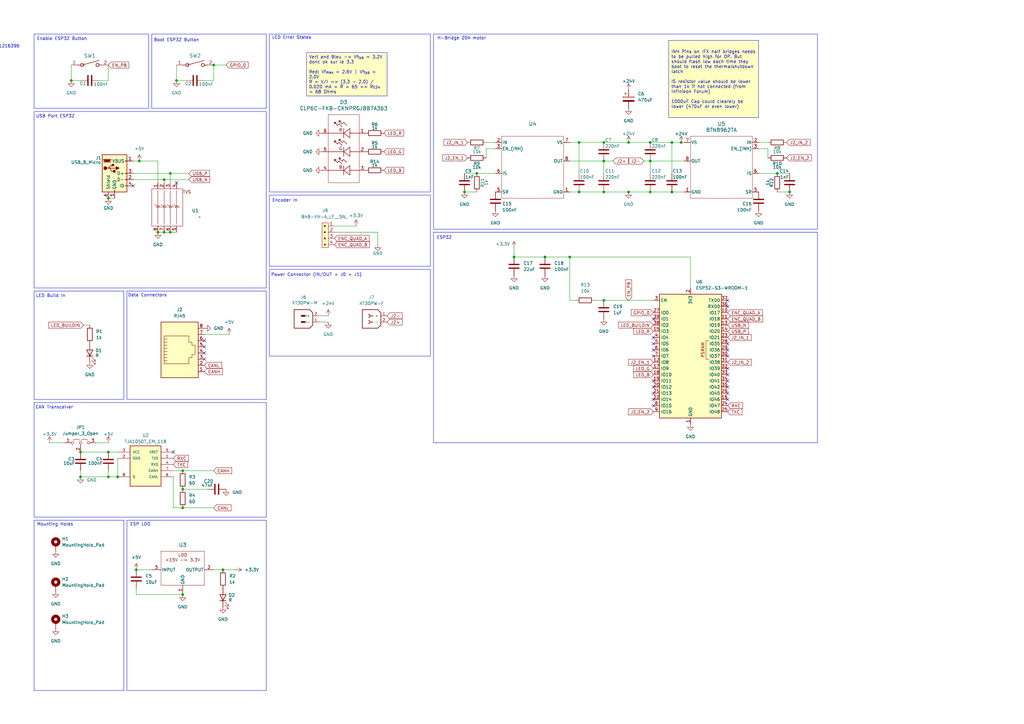
<source format=kicad_sch>
(kicad_sch (version 20231120) (generator "eeschema") (generator_version "8.0")
  (paper "A3")
  (title_block (title "Drive 27A") (rev "2") (company "Philippe Michaud"))
  (junction (at 257.81 78.74))
  (junction (at 323.85 78.74))
  (junction (at 247.65 123.19))
  (junction (at 223.52 105.41))
  (junction (at 237.49 78.74))
  (junction (at 74.93 193.04))
  (junction (at 74.93 208.28))
  (junction (at 64.77 95.25))
  (junction (at 33.02 185.42))
  (junction (at 257.81 58.42))
  (junction (at 190.5 78.74))
  (junction (at 266.7 66.04))
  (junction (at 279.4 58.42))
  (junction (at 69.85 95.25))
  (junction (at 48.26 195.58))
  (junction (at 318.77 71.12))
  (junction (at 237.49 58.42))
  (junction (at 44.45 81.28))
  (junction (at 72.39 33.02))
  (junction (at 275.59 58.42))
  (junction (at 210.82 105.41))
  (junction (at 29.21 33.02))
  (junction (at 57.15 66.04))
  (junction (at 275.59 78.74))
  (junction (at 67.31 95.25))
  (junction (at 87.63 26.67))
  (junction (at 69.85 71.12))
  (junction (at 195.58 71.12))
  (junction (at 266.7 78.74))
  (junction (at 74.93 243.84))
  (junction (at 266.7 58.42))
  (junction (at 55.88 233.68))
  (junction (at 44.45 185.42))
  (junction (at 33.02 195.58))
  (junction (at 91.44 233.68))
  (junction (at 247.65 78.74))
  (junction (at 67.31 73.66))
  (junction (at 233.68 105.41))
  (junction (at 247.65 66.04))
  (junction (at 247.65 58.42))
  (junction (at 44.45 195.58))
  (junction (at 74.93 200.66))
  (no_connect (at 298.45 153.67))
  (no_connect (at 267.97 130.81))
  (no_connect (at 298.45 156.21))
  (no_connect (at 298.45 163.83))
  (no_connect (at 298.45 125.73))
  (no_connect (at 83.82 147.32))
  (no_connect (at 267.97 138.43))
  (no_connect (at 267.97 166.37))
  (no_connect (at 298.45 143.51))
  (no_connect (at 267.97 163.83))
  (no_connect (at 267.97 140.97))
  (no_connect (at 54.61 76.2))
  (no_connect (at 298.45 123.19))
  (no_connect (at 72.39 74.93))
  (no_connect (at 267.97 161.29))
  (no_connect (at 267.97 158.75))
  (no_connect (at 83.82 142.24))
  (no_connect (at 298.45 140.97))
  (no_connect (at 298.45 158.75))
  (no_connect (at 83.82 139.7))
  (no_connect (at 298.45 151.13))
  (no_connect (at 267.97 146.05))
  (no_connect (at 83.82 144.78))
  (no_connect (at 267.97 156.21))
  (no_connect (at 298.45 146.05))
  (no_connect (at 267.97 143.51))
  (no_connect (at 298.45 161.29))
  (no_connect (at 71.12 185.42))
  (wire (pts (xy 29.21 33.02) (xy 33.02 33.02)))
  (wire (pts (xy 92.71 26.67) (xy 87.63 26.67)))
  (wire (pts (xy 55.88 233.68) (xy 62.23 233.68)))
  (wire (pts (xy 67.31 73.66) (xy 77.47 73.66)))
  (wire (pts (xy 243.84 123.19) (xy 247.65 123.19)))
  (wire (pts (xy 69.85 71.12) (xy 69.85 74.93)))
  (wire (pts (xy 87.63 193.04) (xy 74.93 193.04)))
  (wire (pts (xy 283.21 105.41) (xy 283.21 118.11)))
  (wire (pts (xy 44.45 181.61) (xy 39.37 181.61)))
  (wire (pts (xy 91.44 233.68) (xy 87.63 233.68)))
  (wire (pts (xy 266.7 58.42) (xy 275.59 58.42)))
  (wire (pts (xy 275.59 58.42) (xy 279.4 58.42)))
  (wire (pts (xy 190.5 78.74) (xy 195.58 78.74)))
  (wire (pts (xy 195.58 71.12) (xy 203.2 71.12)))
  (wire (pts (xy 55.88 241.3) (xy 55.88 243.84)))
  (wire (pts (xy 237.49 58.42) (xy 237.49 71.12)))
  (wire (pts (xy 20.32 181.61) (xy 26.67 181.61)))
  (wire (pts (xy 71.12 208.28) (xy 71.12 195.58)))
  (wire (pts (xy 72.39 33.02) (xy 72.39 26.67)))
  (wire (pts (xy 266.7 66.04) (xy 266.7 71.12)))
  (wire (pts (xy 69.85 71.12) (xy 77.47 71.12)))
  (wire (pts (xy 71.12 193.04) (xy 74.93 193.04)))
  (wire (pts (xy 210.82 105.41) (xy 223.52 105.41)))
  (wire (pts (xy 87.63 208.28) (xy 74.93 208.28)))
  (wire (pts (xy 257.81 78.74) (xy 266.7 78.74)))
  (wire (pts (xy 237.49 78.74) (xy 247.65 78.74)))
  (wire (pts (xy 64.77 66.04) (xy 64.77 74.93)))
  (wire (pts (xy 54.61 71.12) (xy 69.85 71.12)))
  (wire (pts (xy 83.82 33.02) (xy 87.63 33.02)))
  (wire (pts (xy 146.05 92.71) (xy 137.16 92.71)))
  (wire (pts (xy 247.65 123.19) (xy 267.97 123.19)))
  (wire (pts (xy 314.96 58.42) (xy 311.15 58.42)))
  (wire (pts (xy 223.52 105.41) (xy 233.68 105.41)))
  (wire (pts (xy 199.39 60.96) (xy 203.2 60.96)))
  (wire (pts (xy 33.02 195.58) (xy 44.45 195.58)))
  (wire (pts (xy 87.63 33.02) (xy 87.63 26.67)))
  (wire (pts (xy 233.68 78.74) (xy 237.49 78.74)))
  (wire (pts (xy 233.68 66.04) (xy 247.65 66.04)))
  (wire (pts (xy 275.59 58.42) (xy 275.59 71.12)))
  (wire (pts (xy 233.68 105.41) (xy 233.68 123.19)))
  (wire (pts (xy 199.39 58.42) (xy 203.2 58.42)))
  (wire (pts (xy 134.62 129.54) (xy 130.81 129.54)))
  (wire (pts (xy 85.09 200.66) (xy 74.93 200.66)))
  (wire (pts (xy 199.39 64.77) (xy 199.39 60.96)))
  (wire (pts (xy 318.77 71.12) (xy 311.15 71.12)))
  (wire (pts (xy 247.65 58.42) (xy 257.81 58.42)))
  (wire (pts (xy 96.52 233.68) (xy 91.44 233.68)))
  (wire (pts (xy 137.16 95.25) (xy 154.94 95.25)))
  (wire (pts (xy 283.21 105.41) (xy 233.68 105.41)))
  (wire (pts (xy 44.45 81.28) (xy 46.99 81.28)))
  (wire (pts (xy 29.21 26.67) (xy 29.21 33.02)))
  (wire (pts (xy 36.83 133.35) (xy 34.29 133.35)))
  (wire (pts (xy 69.85 95.25) (xy 72.39 95.25)))
  (wire (pts (xy 33.02 185.42) (xy 44.45 185.42)))
  (wire (pts (xy 33.02 193.04) (xy 33.02 195.58)))
  (wire (pts (xy 275.59 78.74) (xy 280.67 78.74)))
  (wire (pts (xy 134.62 132.08) (xy 130.81 132.08)))
  (wire (pts (xy 264.16 66.04) (xy 266.7 66.04)))
  (wire (pts (xy 48.26 187.96) (xy 48.26 195.58)))
  (wire (pts (xy 64.77 95.25) (xy 67.31 95.25)))
  (wire (pts (xy 44.45 33.02) (xy 44.45 26.67)))
  (wire (pts (xy 44.45 193.04) (xy 44.45 195.58)))
  (wire (pts (xy 247.65 78.74) (xy 257.81 78.74)))
  (wire (pts (xy 314.96 60.96) (xy 311.15 60.96)))
  (wire (pts (xy 247.65 66.04) (xy 251.46 66.04)))
  (wire (pts (xy 44.45 195.58) (xy 48.26 195.58)))
  (wire (pts (xy 247.65 66.04) (xy 247.65 71.12)))
  (wire (pts (xy 40.64 33.02) (xy 44.45 33.02)))
  (wire (pts (xy 257.81 58.42) (xy 266.7 58.42)))
  (wire (pts (xy 64.77 66.04) (xy 57.15 66.04)))
  (wire (pts (xy 233.68 123.19) (xy 236.22 123.19)))
  (wire (pts (xy 57.15 66.04) (xy 54.61 66.04)))
  (wire (pts (xy 323.85 71.12) (xy 318.77 71.12)))
  (wire (pts (xy 83.82 137.16) (xy 93.98 137.16)))
  (wire (pts (xy 190.5 71.12) (xy 195.58 71.12)))
  (wire (pts (xy 154.94 95.25) (xy 154.94 100.33)))
  (wire (pts (xy 279.4 58.42) (xy 280.67 58.42)))
  (wire (pts (xy 67.31 73.66) (xy 67.31 74.93)))
  (wire (pts (xy 74.93 208.28) (xy 71.12 208.28)))
  (wire (pts (xy 210.82 101.6) (xy 210.82 105.41)))
  (wire (pts (xy 54.61 73.66) (xy 67.31 73.66)))
  (wire (pts (xy 233.68 58.42) (xy 237.49 58.42)))
  (wire (pts (xy 266.7 78.74) (xy 275.59 78.74)))
  (wire (pts (xy 314.96 64.77) (xy 314.96 60.96)))
  (wire (pts (xy 237.49 58.42) (xy 247.65 58.42)))
  (wire (pts (xy 67.31 95.25) (xy 69.85 95.25)))
  (wire (pts (xy 44.45 185.42) (xy 48.26 185.42)))
  (wire (pts (xy 55.88 243.84) (xy 74.93 243.84)))
  (wire (pts (xy 266.7 66.04) (xy 280.67 66.04)))
  (wire (pts (xy 323.85 78.74) (xy 318.77 78.74)))
  (wire (pts (xy 76.2 33.02) (xy 72.39 33.02)))
  (rectangle (start 62.23 13.97) (end 109.22 44.45))
  (rectangle (start 13.97 119.38) (end 50.8 163.83))
  (rectangle (start 177.8 95.25) (end 335.28 181.61))
  (rectangle (start 110.49 110.49) (end 176.53 146.05))
  (rectangle (start 110.49 13.97) (end 176.53 78.74))
  (rectangle (start 13.97 213.36) (end 50.8 283.21))
  (rectangle (start 177.8 13.97) (end 335.28 93.98))
  (rectangle (start 13.97 45.72) (end 109.22 118.11))
  (rectangle (start 13.97 13.97) (end 60.96 44.45))
  (rectangle (start 13.97 165.1) (end 109.22 212.09))
  (rectangle (start 52.07 119.38) (end 109.22 163.83))
  (rectangle (start 52.07 213.36) (end 109.22 283.21))
  (rectangle (start 110.49 80.01) (end 176.53 109.22))
  (text_box "Vert and Bleu -> Vf_{typ} = 3.2V donc ok sur le 3.3\n\nRed: Vf_{max} = 2.6V | Vf_{typ} = 2.0V\nR = V/I => (3.3 - 2.0) / 0.020 mA = R = 65 => R_{E24} = 68 Ohms\n" (at 125.73 21.59 0) (size 33.02 17.78) (fill (type color) (color 255 255 194 1)) (effects (font (size 1.27 1.27)) (justify left top)))
  (text_box "INH Pins on IFX half bridges needs to be pulled high for OP. But should flash low each time they boot to reset the thermalshutdown latch\n\nIS resistor value should be lower than 1k if not connected (from Infinieon Forum)\n\n1000uF Cap could clearely be lower (470uF or even lower)" (at 274.32 16.51 0) (size 36.83 31.75) (fill (type color) (color 255 255 194 1)) (effects (font (size 1.27 1.27)) (justify left)))
  (text "Boot ESP32 Button" (at 72.39 16.51 0) (effects (font (size 1.27 1.27))))
  (text "LED Build In" (at 14.732 121.412 0) (effects (font (size 1.27 1.27)) (justify left)))
  (text "Enable ESP32 Button" (at 25.4 16.002 0) (effects (font (size 1.27 1.27))))
  (text "CAN Transceiver" (at 14.478 167.132 0) (effects (font (size 1.27 1.27)) (justify left)))
  (text "Encoder In" (at 116.84 82.296 0) (effects (font (size 1.27 1.27))))
  (text "LED Error States" (at 119.634 15.494 0) (effects (font (size 1.27 1.27))))
  (text "Power Connector (IN/OUT + J0 + J1)" (at 129.794 112.776 0) (effects (font (size 1.27 1.27))))
  (text "ESP LDO" (at 53.34 215.138 0) (effects (font (size 1.27 1.27)) (justify left)))
  (text "Data Connectors" (at 60.452 121.158 0) (effects (font (size 1.27 1.27))))
  (text "H-Bridge 20A motor" (at 179.324 15.748 0) (effects (font (size 1.27 1.27)) (justify left)))
  (text "Mounting Holes" (at 22.606 215.138 0) (effects (font (size 1.27 1.27))))
  (text "USB Port ESP32" (at 14.732 47.752 0) (effects (font (size 1.27 1.27)) (justify left)))
  (text "https://www.digikey.ca/en/products/detail/boyd-laconia-llc/371824B00032G/1216396" (at -79.248 19.05 0) (effects (font (size 1.27 1.27)) (justify left)))
  (text "ESP32" (at 179.07 97.536 0) (effects (font (size 1.27 1.27)) (justify left)))
  (global_label "LED_B" (shape input) (at 267.97 153.67 180) (property "Intersheetrefs" "${INTERSHEET_REFS}" (effects (hide yes))))
  (global_label "CANH" (shape input) (at 83.82 152.4 0) (property "Intersheetrefs" "${INTERSHEET_REFS}" (effects (hide yes))))
  (global_label "ENC_QUAD_A" (shape input) (at 298.45 128.27 0) (property "Intersheetrefs" "${INTERSHEET_REFS}" (effects (hide yes))))
  (global_label "J2+" (shape input) (at 251.46 66.04 0) (property "Intersheetrefs" "${INTERSHEET_REFS}" (effects (hide yes))))
  (global_label "J2_EN_1" (shape input) (at 267.97 148.59 180) (property "Intersheetrefs" "${INTERSHEET_REFS}" (effects (hide yes))))
  (global_label "LED_B" (shape input) (at 157.48 69.85 0) (property "Intersheetrefs" "${INTERSHEET_REFS}" (effects (hide yes))))
  (global_label "J2_EN_2" (shape input) (at 322.58 64.77 0) (property "Intersheetrefs" "${INTERSHEET_REFS}" (effects (hide yes))))
  (global_label "LED_G" (shape input) (at 267.97 151.13 180) (property "Intersheetrefs" "${INTERSHEET_REFS}" (effects (hide yes))))
  (global_label "J2_IN_1" (shape input) (at 191.77 58.42 180) (property "Intersheetrefs" "${INTERSHEET_REFS}" (effects (hide yes))))
  (global_label "J2-" (shape input) (at 264.16 66.04 180) (property "Intersheetrefs" "${INTERSHEET_REFS}" (effects (hide yes))))
  (global_label "J2_IN_1" (shape input) (at 298.45 138.43 0) (property "Intersheetrefs" "${INTERSHEET_REFS}" (effects (hide yes))))
  (global_label "RXC" (shape input) (at 298.45 166.37 0) (property "Intersheetrefs" "${INTERSHEET_REFS}" (effects (hide yes))))
  (global_label "USB_N" (shape input) (at 298.45 133.35 0) (property "Intersheetrefs" "${INTERSHEET_REFS}" (effects (hide yes))))
  (global_label "USB_P" (shape input) (at 77.47 71.12 0) (property "Intersheetrefs" "${INTERSHEET_REFS}" (effects (hide yes))))
  (global_label "CANL" (shape input) (at 83.82 149.86 0) (property "Intersheetrefs" "${INTERSHEET_REFS}" (effects (hide yes))))
  (global_label "CANH" (shape input) (at 87.63 193.04 0) (property "Intersheetrefs" "${INTERSHEET_REFS}" (effects (hide yes))))
  (global_label "GPIO_0" (shape input) (at 92.71 26.67 0) (property "Intersheetrefs" "${INTERSHEET_REFS}" (effects (hide yes))))
  (global_label "GPIO_0" (shape input) (at 267.97 128.27 180) (property "Intersheetrefs" "${INTERSHEET_REFS}" (effects (hide yes))))
  (global_label "LED_BUILDIN" (shape input) (at 34.29 133.35 180) (property "Intersheetrefs" "${INTERSHEET_REFS}" (effects (hide yes))))
  (global_label "TXC" (shape input) (at 71.12 190.5 0) (property "Intersheetrefs" "${INTERSHEET_REFS}" (effects (hide yes))))
  (global_label "USB_N" (shape input) (at 77.47 73.66 0) (property "Intersheetrefs" "${INTERSHEET_REFS}" (effects (hide yes))))
  (global_label "EN_PB" (shape input) (at 44.45 26.67 0) (property "Intersheetrefs" "${INTERSHEET_REFS}" (effects (hide yes))))
  (global_label "J2_IN_2" (shape input) (at 298.45 148.59 0) (property "Intersheetrefs" "${INTERSHEET_REFS}" (effects (hide yes))))
  (global_label "EN_PB" (shape input) (at 257.81 123.19 90) (property "Intersheetrefs" "${INTERSHEET_REFS}" (effects (hide yes))))
  (global_label "J2_EN_2" (shape input) (at 267.97 168.91 180) (property "Intersheetrefs" "${INTERSHEET_REFS}" (effects (hide yes))))
  (global_label "ENC_QUAD_A" (shape input) (at 137.16 97.79 0) (property "Intersheetrefs" "${INTERSHEET_REFS}" (effects (hide yes))))
  (global_label "LED_R" (shape input) (at 267.97 135.89 180) (property "Intersheetrefs" "${INTERSHEET_REFS}" (effects (hide yes))))
  (global_label "J2_IN_2" (shape input) (at 322.58 58.42 0) (property "Intersheetrefs" "${INTERSHEET_REFS}" (effects (hide yes))))
  (global_label "RXC" (shape input) (at 71.12 187.96 0) (property "Intersheetrefs" "${INTERSHEET_REFS}" (effects (hide yes))))
  (global_label "TXC" (shape input) (at 298.45 168.91 0) (property "Intersheetrefs" "${INTERSHEET_REFS}" (effects (hide yes))))
  (global_label "J2-" (shape input) (at 158.75 129.54 0) (property "Intersheetrefs" "${INTERSHEET_REFS}" (effects (hide yes))))
  (global_label "LED_BUILDIN" (shape input) (at 267.97 133.35 180) (property "Intersheetrefs" "${INTERSHEET_REFS}" (effects (hide yes))))
  (global_label "ENC_QUAD_B" (shape input) (at 298.45 130.81 0) (property "Intersheetrefs" "${INTERSHEET_REFS}" (effects (hide yes))))
  (global_label "J2_EN_1" (shape input) (at 191.77 64.77 180) (property "Intersheetrefs" "${INTERSHEET_REFS}" (effects (hide yes))))
  (global_label "USB_P" (shape input) (at 298.45 135.89 0) (property "Intersheetrefs" "${INTERSHEET_REFS}" (effects (hide yes))))
  (global_label "LED_G" (shape input) (at 157.48 62.23 0) (property "Intersheetrefs" "${INTERSHEET_REFS}" (effects (hide yes))))
  (global_label "CANL" (shape input) (at 87.63 208.28 0) (property "Intersheetrefs" "${INTERSHEET_REFS}" (effects (hide yes))))
  (global_label "LED_R" (shape input) (at 157.48 54.61 0) (property "Intersheetrefs" "${INTERSHEET_REFS}" (effects (hide yes))))
  (global_label "ENC_QUAD_B" (shape input) (at 137.16 100.33 0) (property "Intersheetrefs" "${INTERSHEET_REFS}" (effects (hide yes))))
  (global_label "J2+" (shape input) (at 158.75 132.08 0) (property "Intersheetrefs" "${INTERSHEET_REFS}" (effects (hide yes))))
  (symbol (lib_id "power:GND") (at 29.21 33.02 0) (unit 1)
    (property "Reference" "#PWR01" (effects (hide yes)))
    (property "Value" "GND" (at 29.21 38.1 0))
    (property "Description" "Power symbol creates a global label with name \"GND\" , ground" (effects (hide yes)))
  )
  (symbol (lib_id "power:+3.3V") (at 96.52 233.68 270) (unit 1)
    (property "Reference" "#PWR015" (effects (hide yes)))
    (property "Value" "+3.3V" (at 100.33 233.6799 90) (effects (justify left)))
    (property "Description" "Power symbol creates a global label with name \"+3.3V\"" (effects (hide yes)))
  )
  (symbol (lib_id "Device:C") (at 190.5 74.93 0) (unit 1)
    (property "Reference" "C9" (at 190.754 70.104 0) (effects (justify left)))
    (property "Value" "1nF" (at 190.754 72.644 0) (effects (justify left)))
    (property "Footprint" "Capacitor_SMD:C_0805_2012Metric_Pad1.18x1.45mm_HandSolder" (effects (hide yes)))
    (property "Description" "Unpolarized capacitor, 24V" (effects (hide yes)))
  )
  (symbol (lib_id "power:+3.3V") (at 146.05 92.71 0) (unit 1)
    (property "Reference" "#PWR013" (effects (hide yes)))
    (property "Value" "+3.3V" (at 146.05 88.392 0))
    (property "Description" "Power symbol creates a global label with name \"+3.3V\"" (effects (hide yes)))
  )
  (symbol (lib_id "power:GND") (at 64.77 95.25 0) (unit 1)
    (property "Reference" "#PWR05" (effects (hide yes)))
    (property "Value" "GND" (at 64.77 100.33 0))
    (property "Description" "Power symbol creates a global label with name \"GND\" , ground" (effects (hide yes)))
  )
  (symbol (lib_id "power:GND") (at 132.08 62.23 270) (unit 1)
    (property "Reference" "#PWR028" (effects (hide yes)))
    (property "Value" "GND" (at 128.27 62.2299 90) (effects (justify right)))
    (property "Description" "Power symbol creates a global label with name \"GND\" , ground" (effects (hide yes)))
  )
  (symbol (lib_id "Custom:TVS_-_150-SMDB03CE3/TR7TR-ND") (at 68.58 85.09 0) (unit 1)
    (property "Reference" "U1" (at 78.74 86.36 0) (effects (justify left)))
    (property "Value" "~" (at 81.28 89.01 0) (effects (justify left)))
    (property "Footprint" "Package_SO:SOIC-8-1EP_3.9x4.9mm_P1.27mm_EP2.29x3mm" (effects (hide yes)))
    (property "Datasheet" "150-SMDB03CE3/TR7TR-ND" (effects (hide yes)))
  )
  (symbol (lib_id "Device:LED") (at 91.44 245.11 90) (unit 1)
    (property "Reference" "D2" (at 93.726 244.094 90) (effects (justify right)))
    (property "Value" "R" (at 93.726 246.126 90) (effects (justify right)))
    (property "Footprint" "LED_SMD:LED_0805_2012Metric_Pad1.15x1.40mm_HandSolder" (effects (hide yes)))
    (property "Datasheet" "https://www.we-online.com/components/products/datasheet/150080SS75000.pdf" (effects (hide yes)))
    (property "Description" "Light emitting diode | 150080SS75000" (effects (hide yes)))
  )
  (symbol (lib_id "power:+5V") (at 57.15 66.04 0) (unit 1)
    (property "Reference" "#PWR03" (effects (hide yes)))
    (property "Value" "+5V" (at 57.15 60.96 0))
    (property "Description" "Power symbol creates a global label with name \"+5V\"" (effects (hide yes)))
  )
  (symbol (lib_id "Device:R") (at 240.03 123.19 90) (unit 1)
    (property "Reference" "R13" (at 240.03 116.84 90))
    (property "Value" "10k" (at 240.03 119.38 90))
    (property "Footprint" "Resistor_SMD:R_0805_2012Metric_Pad1.20x1.40mm_HandSolder" (effects (hide yes)))
    (property "Description" "Resistor" (effects (hide yes)))
  )
  (symbol (lib_id "power:GND") (at 223.52 113.03 0) (unit 1)
    (property "Reference" "#PWR049" (effects (hide yes)))
    (property "Value" "GND" (at 223.52 118.11 0))
    (property "Description" "Power symbol creates a global label with name \"GND\" , ground" (effects (hide yes)))
  )
  (symbol (lib_id "power:GND") (at 210.82 113.03 0) (unit 1)
    (property "Reference" "#PWR048" (effects (hide yes)))
    (property "Value" "GND" (at 210.82 118.11 0))
    (property "Description" "Power symbol creates a global label with name \"GND\" , ground" (effects (hide yes)))
  )
  (symbol (lib_id "Device:C") (at 44.45 189.23 0) (unit 1)
    (property "Reference" "C4" (at 39.37 188.214 0) (effects (justify left)))
    (property "Value" "100nF" (at 36.068 189.992 0) (effects (justify left)))
    (property "Footprint" "Capacitor_SMD:C_0805_2012Metric_Pad1.18x1.45mm_HandSolder" (effects (hide yes)))
    (property "Description" "Unpolarized capacitor" (effects (hide yes)))
  )
  (symbol (lib_id "Device:C") (at 237.49 74.93 0) (unit 1)
    (property "Reference" "C10" (at 237.744 70.104 0) (effects (justify left)))
    (property "Value" "100nF" (at 237.744 72.644 0) (effects (justify left)))
    (property "Footprint" "Capacitor_SMD:C_0805_2012Metric_Pad1.18x1.45mm_HandSolder" (effects (hide yes)))
    (property "Description" "Unpolarized capacitor, 24V" (effects (hide yes)))
  )
  (symbol (lib_id "Device:C") (at 247.65 127 0) (unit 1)
    (property "Reference" "C19" (at 251.46 125.7299 0) (effects (justify left)))
    (property "Value" "1uF" (at 251.46 128.2699 0) (effects (justify left)))
    (property "Footprint" "Capacitor_SMD:C_0805_2012Metric_Pad1.18x1.45mm_HandSolder" (effects (hide yes)))
    (property "Description" "Unpolarized capacitor" (effects (hide yes)))
  )
  (symbol (lib_id "Mechanical:MountingHole_Pad") (at 22.86 240.03 0) (unit 1) (exclude_from_sim yes) (in_bom no)
    (property "Reference" "H2" (at 25.4 237.4899 0) (effects (justify left)))
    (property "Value" "MountingHole_Pad" (at 25.4 240.0299 0) (effects (justify left)))
    (property "Footprint" "MountingHole:MountingHole_2.2mm_M2_DIN965_Pad_TopBottom" (effects (hide yes)))
    (property "Description" "Mounting Hole with connection" (effects (hide yes)))
  )
  (symbol (lib_id "Device:C") (at 33.02 189.23 0) (unit 1)
    (property "Reference" "C3" (at 27.94 188.214 0) (effects (justify left)))
    (property "Value" "10uF" (at 25.908 189.992 0) (effects (justify left)))
    (property "Footprint" "Capacitor_SMD:C_0805_2012Metric_Pad1.18x1.45mm_HandSolder" (effects (hide yes)))
    (property "Description" "Unpolarized capacitor" (effects (hide yes)))
  )
  (symbol (lib_id "power:+7.5V") (at 20.32 181.61 0) (unit 1)
    (property "Reference" "#PWR012" (effects (hide yes)))
    (property "Value" "+3.3V" (at 20.32 178.054 0))
    (property "Description" "Power symbol creates a global label with name \"+7.5V\"" (effects (hide yes)))
  )
  (symbol (lib_id "Device:LED") (at 36.83 144.78 90) (unit 1)
    (property "Reference" "D1" (at 39.116 143.764 90) (effects (justify right)))
    (property "Value" "R" (at 39.116 145.796 90) (effects (justify right)))
    (property "Footprint" "LED_SMD:LED_0805_2012Metric_Pad1.15x1.40mm_HandSolder" (effects (hide yes)))
    (property "Datasheet" "https://www.we-online.com/components/products/datasheet/150080SS75000.pdf" (effects (hide yes)))
    (property "Description" "Light emitting diode | 150080SS75000" (effects (hide yes)))
  )
  (symbol (lib_id "RF_Module:ESP32-S3-WROOM-1") (at 283.21 146.05 0) (unit 1)
    (property "Reference" "U6" (at 285.4041 115.57 0) (effects (justify left)))
    (property "Value" "ESP32-S3-WROOM-1" (at 285.4041 118.11 0) (effects (justify left)))
    (property "Footprint" "RF_Module:ESP32-S3-WROOM-1" (effects (hide yes)))
    (property "Datasheet" "https://www.espressif.com/sites/default/files/documentation/esp32-s3-wroom-1_wroom-1u_datasheet_en.pdf" (effects (hide yes)))
    (property "Description" "RF Module, ESP32-S3 SoC, Wi-Fi 802.11b/g/n, Bluetooth, BLE, 32-bit, 3.3V, onboard antenna, SMD" (effects (hide yes)))
  )
  (symbol (lib_id "power:GND") (at 44.45 81.28 0) (unit 1)
    (property "Reference" "#PWR04" (effects (hide yes)))
    (property "Value" "GND" (at 44.45 85.344 0))
    (property "Description" "Power symbol creates a global label with name \"GND\" , ground" (effects (hide yes)))
  )
  (symbol (lib_id "power:GND") (at 83.82 134.62 90) (unit 1)
    (property "Reference" "#PWR09" (effects (hide yes)))
    (property "Value" "GND" (at 87.63 134.6199 90) (effects (justify right)))
    (property "Description" "Power symbol creates a global label with name \"GND\" , ground" (effects (hide yes)))
  )
  (symbol (lib_id "TS09_63_25_WT_160_SMT_TR:TS09-63-25-WT-160-SMT-TR") (at 72.39 26.67 0) (unit 1)
    (property "Reference" "SW2" (at 80.01 22.86 0) (effects (font (size 1.524 1.524))))
    (property "Value" "TS09-63-25-WT-160-SMT-TR" (effects (hide yes)))
    (property "Footprint" "TS09_63_25_WT_160_SMT_TR:SW_TS09-63-25_CUD" (effects (hide yes)))
    (property "Datasheet" "TS09-63-25-WT-160-SMT-TR" (effects (hide yes)))
  )
  (symbol (lib_id "power:GND") (at 190.5 78.74 0) (mirror y) (unit 1)
    (property "Reference" "#PWR042" (effects (hide yes)))
    (property "Value" "GND" (at 190.5 83.82 0))
    (property "Description" "Power symbol creates a global label with name \"GND\" , ground" (effects (hide yes)))
  )
  (symbol (lib_id "power:GND") (at 323.85 78.74 0) (unit 1)
    (property "Reference" "#PWR044" (effects (hide yes)))
    (property "Value" "GND" (at 323.85 83.82 0))
    (property "Description" "Power symbol creates a global label with name \"GND\" , ground" (effects (hide yes)))
  )
  (symbol (lib_id "power:+7.5V") (at 279.4 58.42 0) (mirror y) (unit 1)
    (property "Reference" "#PWR041" (effects (hide yes)))
    (property "Value" "+24V" (at 279.4 54.864 0))
    (property "Description" "Power symbol creates a global label with name \"+7.5V\"" (effects (hide yes)))
  )
  (symbol (lib_id "Device:R") (at 153.67 69.85 90) (unit 1)
    (property "Reference" "R14" (at 153.67 66.294 90))
    (property "Value" "1k" (at 153.67 67.818 90))
    (property "Footprint" "Resistor_SMD:R_0805_2012Metric_Pad1.20x1.40mm_HandSolder" (effects (hide yes)))
    (property "Description" "Resistor" (effects (hide yes)))
  )
  (symbol (lib_id "TJA1050T_CM_118:TJA1050T_CM_118") (at 59.69 190.5 0) (unit 1)
    (property "Reference" "U2" (at 59.69 178.562 0))
    (property "Value" "TJA1050T_CM_118" (at 59.69 181.102 0))
    (property "Footprint" "TJA1050T_CM_118:SOIC127P600X175-8N" (effects (hide yes)))
    (property "PARTREV" "4" (effects (hide yes)))
    (property "STANDARD" "IPC 7351B" (effects (hide yes)))
    (property "MAXIMUM_PACKAGE_HEIGHT" "1.75 mm" (effects (hide yes)))
    (property "MANUFACTURER" "NXP USA" (effects (hide yes)))
  )
  (symbol (lib_id "Device:R") (at 153.67 62.23 90) (unit 1)
    (property "Reference" "R5" (at 153.67 58.674 90))
    (property "Value" "1k" (at 153.67 60.198 90))
    (property "Footprint" "Resistor_SMD:R_0805_2012Metric_Pad1.20x1.40mm_HandSolder" (effects (hide yes)))
    (property "Description" "Resistor" (effects (hide yes)))
  )
  (symbol (lib_id "Device:R") (at 36.83 137.16 180) (unit 1)
    (property "Reference" "R1" (at 39.37 135.8899 0) (effects (justify right)))
    (property "Value" "1k" (at 39.37 138.4299 0) (effects (justify right)))
    (property "Footprint" "Resistor_SMD:R_0805_2012Metric_Pad1.20x1.40mm_HandSolder" (effects (hide yes)))
    (property "Description" "Resistor" (effects (hide yes)))
  )
  (symbol (lib_id "power:+7.5V") (at 257.81 58.42 0) (unit 1)
    (property "Reference" "#PWR040" (effects (hide yes)))
    (property "Value" "+24V" (at 257.81 54.864 0))
    (property "Description" "Power symbol creates a global label with name \"+7.5V\"" (effects (hide yes)))
  )
  (symbol (lib_id "Device:R") (at 195.58 74.93 0) (mirror y) (unit 1)
    (property "Reference" "R11" (at 197.866 74.93 90))
    (property "Value" "1k" (at 199.39 74.93 90))
    (property "Footprint" "Resistor_SMD:R_0805_2012Metric_Pad1.20x1.40mm_HandSolder" (effects (hide yes)))
    (property "Description" "Resistor" (effects (hide yes)))
  )
  (symbol (lib_id "Mechanical:MountingHole_Pad") (at 22.86 255.27 0) (unit 1) (exclude_from_sim yes) (in_bom no)
    (property "Reference" "H3" (at 25.4 252.7299 0) (effects (justify left)))
    (property "Value" "MountingHole_Pad" (at 25.4 255.2699 0) (effects (justify left)))
    (property "Footprint" "MountingHole:MountingHole_2.2mm_M2_DIN965_Pad_TopBottom" (effects (hide yes)))
    (property "Description" "Mounting Hole with connection" (effects (hide yes)))
  )
  (symbol (lib_id "power:GND") (at 132.08 69.85 270) (unit 1)
    (property "Reference" "#PWR029" (effects (hide yes)))
    (property "Value" "GND" (at 128.27 69.8499 90) (effects (justify right)))
    (property "Description" "Power symbol creates a global label with name \"GND\" , ground" (effects (hide yes)))
  )
  (symbol (lib_id "power:+7.5V") (at 44.45 181.61 0) (unit 1)
    (property "Reference" "#PWR06" (effects (hide yes)))
    (property "Value" "+5V" (at 44.45 178.054 0))
    (property "Description" "Power symbol creates a global label with name \"+7.5V\"" (effects (hide yes)))
  )
  (symbol (lib_id "power:GND") (at 154.94 100.33 0) (unit 1)
    (property "Reference" "#PWR033" (effects (hide yes)))
    (property "Value" "GND" (at 152.908 103.886 0) (effects (justify left)))
    (property "Description" "Power symbol creates a global label with name \"GND\" , ground" (effects (hide yes)))
  )
  (symbol (lib_id "Device:C") (at 266.7 74.93 0) (unit 1)
    (property "Reference" "C12" (at 267.208 70.104 0) (effects (justify left)))
    (property "Value" "220nF" (at 267.208 72.644 0) (effects (justify left)))
    (property "Footprint" "Capacitor_SMD:C_0805_2012Metric_Pad1.18x1.45mm_HandSolder" (effects (hide yes)))
    (property "Description" "Unpolarized capacitor, 24V" (effects (hide yes)))
  )
  (symbol (lib_id "power:GND") (at 247.65 130.81 0) (unit 1)
    (property "Reference" "#PWR050" (effects (hide yes)))
    (property "Value" "GND" (at 247.65 135.89 0))
    (property "Description" "Power symbol creates a global label with name \"GND\" , ground" (effects (hide yes)))
  )
  (symbol (lib_id "Device:C") (at 247.65 74.93 0) (unit 1)
    (property "Reference" "C11" (at 248.158 70.104 0) (effects (justify left)))
    (property "Value" "220nF" (at 248.158 72.644 0) (effects (justify left)))
    (property "Footprint" "Capacitor_SMD:C_0805_2012Metric_Pad1.18x1.45mm_HandSolder" (effects (hide yes)))
    (property "Description" "Unpolarized capacitor, 24V" (effects (hide yes)))
  )
  (symbol (lib_id "Device:C") (at 203.2 82.55 0) (unit 1)
    (property "Reference" "C15" (at 205.994 83.566 0) (effects (justify left)))
    (property "Value" "100nF" (at 205.994 86.106 0) (effects (justify left)))
    (property "Footprint" "Capacitor_SMD:C_0805_2012Metric_Pad1.18x1.45mm_HandSolder" (effects (hide yes)))
    (property "Description" "Unpolarized capacitor, 24V" (effects (hide yes)))
  )
  (symbol (lib_id "dk_Rectangular-Connectors-Headers-Male-Pins:B4B-XH-A_LF__SN_") (at 134.62 92.71 270) (unit 1)
    (property "Reference" "J9" (at 133.35 86.36 90))
    (property "Value" "B4B-XH-A_LF__SN_" (at 133.096 88.9 90))
    (property "Footprint" "Connector_JST:JST_PH_B4B-PH-SM4-TB_1x04-1MP_P2.00mm_Vertical" (effects (hide yes)))
    (property "Datasheet" "http://www.jst-mfg.com/product/pdf/eng/eXH.pdf" (effects (hide yes)))
    (property "Description" "CONN HEADER VERT 4POS 2.5MM" (effects (hide yes)))
    (property "MPN" "B4B-XH-A(LF)(SN)" (effects (hide yes)))
    (property "Category" "Connectors, Interconnects" (effects (hide yes)))
    (property "Family" "Rectangular Connectors - Headers, Male Pins" (effects (hide yes)))
    (property "DK_Datasheet_Link" "http://www.jst-mfg.com/product/pdf/eng/eXH.pdf" (effects (hide yes)))
    (property "DK_Detail_Page" "/product-detail/en/jst-sales-america-inc/B4B-XH-A(LF)(SN)/455-2249-ND/1651047" (effects (hide yes)))
    (property "Description_1" "CONN HEADER VERT 4POS 2.5MM" (effects (hide yes)))
    (property "Manufacturer" "JST Sales America Inc." (effects (hide yes)))
    (property "Status" "Active" (effects (hide yes)))
  )
  (symbol (lib_id "Device:C") (at 275.59 74.93 0) (unit 1)
    (property "Reference" "C13" (at 275.844 70.104 0) (effects (justify left)))
    (property "Value" "100nF" (at 275.844 72.644 0) (effects (justify left)))
    (property "Footprint" "Capacitor_SMD:C_0805_2012Metric_Pad1.18x1.45mm_HandSolder" (effects (hide yes)))
    (property "Description" "Unpolarized capacitor, 24V" (effects (hide yes)))
  )
  (symbol (lib_id "2024-04-18_22-38-51:IFX007TAUMA1") (at 295.91 49.53 0) (mirror y) (unit 1)
    (property "Reference" "U5" (at 295.91 50.8 0) (effects (font (size 1.524 1.524))))
    (property "Value" "BTN8962TA" (at 295.91 53.34 0) (effects (font (size 1.524 1.524))))
    (property "Footprint" "footprints:PG-TO263-7-1_INF-M" (effects (hide yes)))
  )
  (symbol (lib_id "power:GND") (at 134.62 132.08 0) (unit 1)
    (property "Reference" "#PWR035" (effects (hide yes)))
    (property "Value" "GND" (at 134.62 137.16 0))
    (property "Description" "Power symbol creates a global label with name \"GND\" , ground" (effects (hide yes)))
  )
  (symbol (lib_id "Mechanical:MountingHole_Pad") (at 22.86 223.52 0) (unit 1) (exclude_from_sim yes) (in_bom no)
    (property "Reference" "H1" (at 25.4 220.9799 0) (effects (justify left)))
    (property "Value" "MountingHole_Pad" (at 25.4 223.5199 0) (effects (justify left)))
    (property "Footprint" "MountingHole:MountingHole_2.2mm_M2_DIN965_Pad_TopBottom" (effects (hide yes)))
    (property "Description" "Mounting Hole with connection" (effects (hide yes)))
  )
  (symbol (lib_id "Device:R") (at 318.77 58.42 90) (unit 1)
    (property "Reference" "R8" (at 318.77 60.706 90))
    (property "Value" "10k" (at 318.77 62.23 90))
    (property "Footprint" "Resistor_SMD:R_0805_2012Metric_Pad1.20x1.40mm_HandSolder" (effects (hide yes)))
    (property "Description" "Resistor" (effects (hide yes)))
  )
  (symbol (lib_id "Device:C_Polarized") (at 257.81 40.64 0) (unit 1)
    (property "Reference" "C6" (at 261.62 38.4809 0) (effects (justify left)))
    (property "Value" "470uF" (at 261.62 41.0209 0) (effects (justify left)))
    (property "Footprint" "Capacitor_THT:CP_Radial_D12.5mm_P5.00mm" (effects (hide yes)))
    (property "Description" "ECA-1HM102 | EKZE500ETD471MK20S" (effects (hide yes)))
  )
  (symbol (lib_id "Device:R") (at 91.44 237.49 180) (unit 1)
    (property "Reference" "R2" (at 93.98 236.2199 0) (effects (justify right)))
    (property "Value" "1k" (at 93.98 238.7599 0) (effects (justify right)))
    (property "Footprint" "Resistor_SMD:R_0805_2012Metric_Pad1.20x1.40mm_HandSolder" (effects (hide yes)))
    (property "Description" "Resistor" (effects (hide yes)))
  )
  (symbol (lib_id "power:GND") (at 92.71 200.66 0) (unit 1)
    (property "Reference" "#PWR020" (effects (hide yes)))
    (property "Value" "GND" (at 95.25 201.9299 0) (effects (justify left)))
    (property "Description" "Power symbol creates a global label with name \"GND\" , ground" (effects (hide yes)))
  )
  (symbol (lib_id "power:+5V") (at 55.88 233.68 0) (unit 1)
    (property "Reference" "#PWR014" (effects (hide yes)))
    (property "Value" "+5V" (at 55.88 228.6 0))
    (property "Description" "Power symbol creates a global label with name \"+5V\"" (effects (hide yes)))
  )
  (symbol (lib_id "2024-03-24_23-57-39:CLP6C-FKB-CKNPRGJBB7A363") (at 149.86 54.61 0) (mirror y) (unit 1)
    (property "Reference" "D3" (at 140.97 41.91 0) (effects (font (size 1.524 1.524))))
    (property "Value" "CLP6C-FKB-CKNPRGJBB7A363" (at 140.97 44.45 0) (effects (font (size 1.524 1.524))))
    (property "Footprint" "CLP6C-FKB-CKNPRGJBB7A363:CLP6C-FKB-CKNPRGJBB7A363_CRE" (effects (hide yes)))
    (property "Datasheet" "CLP6C-FKB-CKNPRGJBB7A363" (effects (hide yes)))
  )
  (symbol (lib_id "Device:C") (at 247.65 62.23 0) (unit 1)
    (property "Reference" "C7" (at 248.158 57.404 0) (effects (justify left)))
    (property "Value" "220nF" (at 248.158 59.944 0) (effects (justify left)))
    (property "Footprint" "Capacitor_SMD:C_0805_2012Metric_Pad1.18x1.45mm_HandSolder" (effects (hide yes)))
    (property "Description" "Unpolarized capacitor, 24V" (effects (hide yes)))
  )
  (symbol (lib_id "power:GND") (at 283.21 173.99 0) (unit 1)
    (property "Reference" "#PWR051" (effects (hide yes)))
    (property "Value" "GND" (at 283.21 179.07 0))
    (property "Description" "Power symbol creates a global label with name \"GND\" , ground" (effects (hide yes)))
  )
  (symbol (lib_id "Device:R") (at 318.77 64.77 90) (unit 1)
    (property "Reference" "R10" (at 318.77 67.056 90))
    (property "Value" "10k" (at 318.77 68.58 90))
    (property "Footprint" "Resistor_SMD:R_0805_2012Metric_Pad1.20x1.40mm_HandSolder" (effects (hide yes)))
    (property "Description" "Resistor" (effects (hide yes)))
  )
  (symbol (lib_id "power:GND") (at 22.86 226.06 0) (unit 1)
    (property "Reference" "#PWR010" (effects (hide yes)))
    (property "Value" "GND" (at 22.86 231.14 0))
    (property "Description" "Power symbol creates a global label with name \"GND\" , ground" (effects (hide yes)))
  )
  (symbol (lib_id "Device:R") (at 74.93 204.47 180) (unit 1)
    (property "Reference" "R4" (at 77.47 203.1999 0) (effects (justify right)))
    (property "Value" "60" (at 77.47 205.7399 0) (effects (justify right)))
    (property "Footprint" "Resistor_SMD:R_0805_2012Metric_Pad1.20x1.40mm_HandSolder" (effects (hide yes)))
    (property "Description" "Resistor" (effects (hide yes)))
  )
  (symbol (lib_id "Device:R") (at 74.93 196.85 180) (unit 1)
    (property "Reference" "R3" (at 77.47 195.5799 0) (effects (justify right)))
    (property "Value" "60" (at 77.47 198.1199 0) (effects (justify right)))
    (property "Footprint" "Resistor_SMD:R_0805_2012Metric_Pad1.20x1.40mm_HandSolder" (effects (hide yes)))
    (property "Description" "Resistor" (effects (hide yes)))
  )
  (symbol (lib_id "Device:C") (at 36.83 33.02 90) (unit 1)
    (property "Reference" "C1" (at 34.036 34.29 90))
    (property "Value" "100nF" (at 41.402 34.544 90))
    (property "Footprint" "Capacitor_SMD:C_0805_2012Metric_Pad1.18x1.45mm_HandSolder" (effects (hide yes)))
    (property "Description" "Unpolarized capacitor" (effects (hide yes)))
  )
  (symbol (lib_id "power:GND") (at 91.44 248.92 0) (unit 1)
    (property "Reference" "#PWR018" (effects (hide yes)))
    (property "Value" "GND" (at 91.44 254 0))
    (property "Description" "Power symbol creates a global label with name \"GND\" , ground" (effects (hide yes)))
  )
  (symbol (lib_id "TS09_63_25_WT_160_SMT_TR:TS09-63-25-WT-160-SMT-TR") (at 29.21 26.67 0) (unit 1)
    (property "Reference" "SW1" (at 36.83 22.86 0) (effects (font (size 1.524 1.524))))
    (property "Value" "TS09-63-25-WT-160-SMT-TR" (effects (hide yes)))
    (property "Footprint" "TS09_63_25_WT_160_SMT_TR:SW_TS09-63-25_CUD" (effects (hide yes)))
    (property "Datasheet" "TS09-63-25-WT-160-SMT-TR" (effects (hide yes)))
  )
  (symbol (lib_id "power:GND") (at 36.83 148.59 0) (unit 1)
    (property "Reference" "#PWR07" (effects (hide yes)))
    (property "Value" "GND" (at 36.83 153.67 0))
    (property "Description" "Power symbol creates a global label with name \"GND\" , ground" (effects (hide yes)))
  )
  (symbol (lib_id "AZ1117ID-3.3TRG1:AZ1117ID-3.3TRG1") (at 74.93 226.06 0) (unit 1)
    (property "Reference" "U3" (at 74.93 223.52 0) (effects (font (size 1.524 1.524))))
    (property "Value" "AZ1117ID-3.3TRG1" (effects (hide yes)))
    (property "Footprint" "LDO_AZ1117ID-3.3TRG1:TO252-2_AZ1117ID-3.3TRG1_DIO" (effects (hide yes)))
    (property "Datasheet" "AZ1117ID-3.3TRG1" (effects (hide yes)))
  )
  (symbol (lib_id "Device:C") (at 80.01 33.02 90) (unit 1)
    (property "Reference" "C2" (at 77.216 34.29 90))
    (property "Value" "100nF" (at 84.582 34.544 90))
    (property "Footprint" "Capacitor_SMD:C_0805_2012Metric_Pad1.18x1.45mm_HandSolder" (effects (hide yes)))
    (property "Description" "Unpolarized capacitor" (effects (hide yes)))
  )
  (symbol (lib_id "power:+7.5V") (at 257.81 36.83 0) (unit 1)
    (property "Reference" "#PWR038" (effects (hide yes)))
    (property "Value" "+24V" (at 257.81 33.274 0))
    (property "Description" "Power symbol creates a global label with name \"+7.5V\"" (effects (hide yes)))
  )
  (symbol (lib_id "Device:C") (at 210.82 109.22 0) (unit 1)
    (property "Reference" "C17" (at 214.63 107.9499 0) (effects (justify left)))
    (property "Value" "22uF" (at 214.63 110.4899 0) (effects (justify left)))
    (property "Footprint" "Capacitor_SMD:C_0805_2012Metric_Pad1.18x1.45mm_HandSolder" (effects (hide yes)))
    (property "Description" "Unpolarized capacitor" (effects (hide yes)))
  )
  (symbol (lib_id "Connector:USB_B_Micro") (at 46.99 71.12 0) (unit 1)
    (property "Reference" "J1" (at 40.386 64.77 0))
    (property "Value" "USB_B_Micro" (at 35.306 66.548 0))
    (property "Footprint" "Connector_USB:USB_Micro-B_Amphenol_10118193-0001LF_Horizontal" (effects (hide yes)))
    (property "Datasheet" "https://www.digikey.com/en/products/detail/amphenol-cs-fci/10118193-0001LF/2785388" (effects (hide yes)))
    (property "Description" "USB Micro Type B connector" (effects (hide yes)))
  )
  (symbol (lib_id "power:GND") (at 74.93 243.84 0) (unit 1)
    (property "Reference" "#PWR017" (effects (hide yes)))
    (property "Value" "GND" (at 74.93 248.92 0))
    (property "Description" "Power symbol creates a global label with name \"GND\" , ground" (effects (hide yes)))
  )
  (symbol (lib_id "power:+3.3V") (at 210.82 101.6 0) (unit 1)
    (property "Reference" "#PWR047" (effects (hide yes)))
    (property "Value" "+3.3V" (at 206.248 100.076 0))
    (property "Description" "Power symbol creates a global label with name \"+3.3V\"" (effects (hide yes)))
  )
  (symbol (lib_id "Device:R") (at 153.67 54.61 90) (unit 1)
    (property "Reference" "R6" (at 153.67 51.054 90))
    (property "Value" "1k" (at 153.67 52.578 90))
    (property "Footprint" "Resistor_SMD:R_0805_2012Metric_Pad1.20x1.40mm_HandSolder" (effects (hide yes)))
    (property "Description" "Resistor" (effects (hide yes)))
  )
  (symbol (lib_id "power:GND") (at 132.08 54.61 270) (unit 1)
    (property "Reference" "#PWR027" (effects (hide yes)))
    (property "Value" "GND" (at 128.27 54.6099 90) (effects (justify right)))
    (property "Description" "Power symbol creates a global label with name \"GND\" , ground" (effects (hide yes)))
  )
  (symbol (lib_id "power:GND") (at 22.86 242.57 0) (unit 1)
    (property "Reference" "#PWR016" (effects (hide yes)))
    (property "Value" "GND" (at 22.86 247.65 0))
    (property "Description" "Power symbol creates a global label with name \"GND\" , ground" (effects (hide yes)))
  )
  (symbol (lib_id "Device:C") (at 323.85 74.93 0) (mirror y) (unit 1)
    (property "Reference" "C14" (at 323.596 70.104 0) (effects (justify left)))
    (property "Value" "1nF" (at 323.596 72.644 0) (effects (justify left)))
    (property "Footprint" "Capacitor_SMD:C_0805_2012Metric_Pad1.18x1.45mm_HandSolder" (effects (hide yes)))
    (property "Description" "Unpolarized capacitor, 24V" (effects (hide yes)))
  )
  (symbol (lib_id "Jumper:Jumper_3_Open") (at 33.02 181.61 0) (unit 1) (exclude_from_sim yes) (in_bom no)
    (property "Reference" "JP1" (at 33.02 175.26 0))
    (property "Value" "Jumper_3_Open" (at 33.02 177.8 0))
    (property "Footprint" "Jumper:SolderJumper-3_P1.3mm_Bridged12_Pad1.0x1.5mm" (effects (hide yes)))
    (property "Description" "Jumper, 3-pole, both open" (effects (hide yes)))
  )
  (symbol (lib_id "Device:R") (at 195.58 58.42 270) (mirror x) (unit 1)
    (property "Reference" "R7" (at 195.58 60.706 90))
    (property "Value" "10k" (at 195.58 62.23 90))
    (property "Footprint" "Resistor_SMD:R_0805_2012Metric_Pad1.20x1.40mm_HandSolder" (effects (hide yes)))
    (property "Description" "Resistor" (effects (hide yes)))
  )
  (symbol (lib_id "power:GND") (at 203.2 86.36 0) (mirror y) (unit 1)
    (property "Reference" "#PWR045" (effects (hide yes)))
    (property "Value" "GND" (at 203.2 91.44 0))
    (property "Description" "Power symbol creates a global label with name \"GND\" , ground" (effects (hide yes)))
  )
  (symbol (lib_id "Device:C") (at 266.7 62.23 0) (unit 1)
    (property "Reference" "C8" (at 267.208 57.404 0) (effects (justify left)))
    (property "Value" "220nF" (at 267.208 59.944 0) (effects (justify left)))
    (property "Footprint" "Capacitor_SMD:C_0805_2012Metric_Pad1.18x1.45mm_HandSolder" (effects (hide yes)))
    (property "Description" "Unpolarized capacitor, 24V" (effects (hide yes)))
  )
  (symbol (lib_id "XT30PW-M:XT30PW-M") (at 128.27 129.54 0) (unit 1)
    (property "Reference" "J6" (at 124.46 121.92 0))
    (property "Value" "XT30PW-M" (at 124.968 124.206 0))
    (property "Footprint" "Connector_AMASS:AMASS_XT30PW-M_1x02_P2.50mm_Horizontal" (effects (hide yes)))
    (property "MF" "AMASS" (effects (hide yes)))
    (property "MAXIMUM_PACKAGE_HEIGHT" "5 mm" (effects (hide yes)))
    (property "Package" "None" (effects (hide yes)))
    (property "Price" "None" (effects (hide yes)))
    (property "Check_prices" "https://www.snapeda.com/parts/XT30PW-M/AMASS/view-part/?ref=eda" (effects (hide yes)))
    (property "STANDARD" "Manufacturer Recommendations" (effects (hide yes)))
    (property "PARTREV" "1.2" (effects (hide yes)))
    (property "SnapEDA_Link" "https://www.snapeda.com/parts/XT30PW-M/AMASS/view-part/?ref=snap" (effects (hide yes)))
    (property "MP" "XT30PW-M" (effects (hide yes)))
    (property "Description_1" "\nSocket; DC supply; XT30; male; PIN: 2; on PCBs; THT; Colour: yellow\n" (effects (hide yes)))
    (property "MANUFACTURER" "Amass" (effects (hide yes)))
    (property "Availability" "Not in stock" (effects (hide yes)))
    (property "SNAPEDA_PN" "XT30PW-M" (effects (hide yes)))
  )
  (symbol (lib_id "Device:C") (at 55.88 237.49 0) (unit 1)
    (property "Reference" "C5" (at 59.69 236.2199 0) (effects (justify left)))
    (property "Value" "10uF" (at 59.69 238.7599 0) (effects (justify left)))
    (property "Footprint" "Capacitor_SMD:C_0805_2012Metric_Pad1.18x1.45mm_HandSolder" (effects (hide yes)))
    (property "Description" "Unpolarized capacitor" (effects (hide yes)))
  )
  (symbol (lib_id "power:GND") (at 22.86 257.81 0) (unit 1)
    (property "Reference" "#PWR019" (effects (hide yes)))
    (property "Value" "GND" (at 22.86 262.89 0))
    (property "Description" "Power symbol creates a global label with name \"GND\" , ground" (effects (hide yes)))
  )
  (symbol (lib_id "Device:C") (at 223.52 109.22 0) (unit 1)
    (property "Reference" "C18" (at 227.33 107.9499 0) (effects (justify left)))
    (property "Value" "100nF" (at 227.33 110.4899 0) (effects (justify left)))
    (property "Footprint" "Capacitor_SMD:C_0805_2012Metric_Pad1.18x1.45mm_HandSolder" (effects (hide yes)))
    (property "Description" "Unpolarized capacitor" (effects (hide yes)))
  )
  (symbol (lib_id "Device:R") (at 195.58 64.77 270) (mirror x) (unit 1)
    (property "Reference" "R9" (at 195.58 67.056 90))
    (property "Value" "10k" (at 195.58 68.58 90))
    (property "Footprint" "Resistor_SMD:R_0805_2012Metric_Pad1.20x1.40mm_HandSolder" (effects (hide yes)))
    (property "Description" "Resistor" (effects (hide yes)))
  )
  (symbol (lib_id "Connector:RJ45") (at 73.66 144.78 0) (unit 1)
    (property "Reference" "J2" (at 73.66 127 0))
    (property "Value" "RJ45" (at 73.66 129.54 0))
    (property "Footprint" "54601-908WPLF:AMPHENOL_54601-908WPLF" (effects (hide yes)))
    (property "Description" "RJ connector, 8P8C (8 positions 8 connected)" (effects (hide yes)))
  )
  (symbol (lib_id "power:GND") (at 72.39 33.02 0) (unit 1)
    (property "Reference" "#PWR02" (effects (hide yes)))
    (property "Value" "GND" (at 72.39 38.1 0))
    (property "Description" "Power symbol creates a global label with name \"GND\" , ground" (effects (hide yes)))
  )
  (symbol (lib_name "IFX007TAUMA1_1") (lib_id "2024-04-18_22-38-51:IFX007TAUMA1") (at 218.44 49.53 0) (unit 1)
    (property "Reference" "U4" (at 218.44 50.8 0) (effects (font (size 1.524 1.524))))
    (property "Value" "BTN8962TA" (effects (hide yes)))
    (property "Footprint" "footprints:PG-TO263-7-1_INF-M" (effects (hide yes)))
  )
  (symbol (lib_id "power:GND") (at 33.02 195.58 0) (unit 1)
    (property "Reference" "#PWR08" (effects (hide yes)))
    (property "Value" "GND" (at 35.56 196.8499 0) (effects (justify left)))
    (property "Description" "Power symbol creates a global label with name \"GND\" , ground" (effects (hide yes)))
  )
  (symbol (lib_id "power:GND") (at 257.81 44.45 0) (mirror y) (unit 1)
    (property "Reference" "#PWR039" (effects (hide yes)))
    (property "Value" "GND" (at 257.81 49.53 0))
    (property "Description" "Power symbol creates a global label with name \"GND\" , ground" (effects (hide yes)))
  )
  (symbol (lib_id "Device:R") (at 318.77 74.93 0) (unit 1)
    (property "Reference" "R12" (at 316.484 74.93 90))
    (property "Value" "1k" (at 314.96 74.93 90))
    (property "Footprint" "Resistor_SMD:R_0805_2012Metric_Pad1.20x1.40mm_HandSolder" (effects (hide yes)))
    (property "Description" "Resistor" (effects (hide yes)))
  )
  (symbol (lib_id "Device:C") (at 311.15 82.55 0) (mirror y) (unit 1)
    (property "Reference" "C16" (at 308.356 83.566 0) (effects (justify left)))
    (property "Value" "100nF" (at 308.356 86.106 0) (effects (justify left)))
    (property "Footprint" "Capacitor_SMD:C_0805_2012Metric_Pad1.18x1.45mm_HandSolder" (effects (hide yes)))
    (property "Description" "Unpolarized capacitor, 24V" (effects (hide yes)))
  )
  (symbol (lib_id "power:+5V") (at 93.98 137.16 0) (unit 1)
    (property "Reference" "#PWR011" (effects (hide yes)))
    (property "Value" "+5V" (at 93.98 132.08 0))
    (property "Description" "Power symbol creates a global label with name \"+5V\"" (effects (hide yes)))
  )
  (symbol (lib_id "power:GND") (at 311.15 86.36 0) (unit 1)
    (property "Reference" "#PWR046" (effects (hide yes)))
    (property "Value" "GND" (at 311.15 91.44 0))
    (property "Description" "Power symbol creates a global label with name \"GND\" , ground" (effects (hide yes)))
  )
  (symbol (lib_id "Device:C") (at 88.9 200.66 270) (unit 1)
    (property "Reference" "C20" (at 83.566 197.358 90) (effects (justify left)))
    (property "Value" "47nF" (at 82.55 199.136 90) (effects (justify left)))
    (property "Footprint" "Capacitor_SMD:C_0805_2012Metric_Pad1.18x1.45mm_HandSolder" (effects (hide yes)))
    (property "Description" "Unpolarized capacitor" (effects (hide yes)))
  )
  (symbol (lib_id "power:GND") (at 257.81 78.74 0) (mirror y) (unit 1)
    (property "Reference" "#PWR043" (effects (hide yes)))
    (property "Value" "GND" (at 257.81 83.82 0))
    (property "Description" "Power symbol creates a global label with name \"GND\" , ground" (effects (hide yes)))
  )
  (symbol (lib_id "power:+5V") (at 134.62 129.54 0) (unit 1)
    (property "Reference" "#PWR034" (effects (hide yes)))
    (property "Value" "+24V" (at 134.62 124.46 0))
    (property "Description" "Power symbol creates a global label with name \"+5V\"" (effects (hide yes)))
  )
  (symbol (lib_name "XT30PW-F_1") (lib_id "XT30PW-F:XT30PW-F") (at 156.21 129.54 0) (unit 1)
    (property "Reference" "J7" (at 152.4 121.92 0))
    (property "Value" "XT30PW-F" (at 152.4 124.46 0))
    (property "Footprint" "XT30PW-F:AMASS_XT30PW-F" (effects (hide yes)))
    (property "MF" "amass" (effects (hide yes)))
    (property "MAXIMUM_PACKAGE_HEIGHT" "5 mm" (effects (hide yes)))
    (property "Package" "None" (effects (hide yes)))
    (property "Price" "None" (effects (hide yes)))
    (property "Check_prices" "https://www.snapeda.com/parts/XT30PW-F/AMASS/view-part/?ref=eda" (effects (hide yes)))
    (property "STANDARD" "Manufacturer Recommendations" (effects (hide yes)))
    (property "PARTREV" "1.2" (effects (hide yes)))
    (property "SnapEDA_Link" "https://www.snapeda.com/parts/XT30PW-F/AMASS/view-part/?ref=snap" (effects (hide yes)))
    (property "MP" "XT30PW-F" (effects (hide yes)))
    (property "Description_1" "\nSocket; DC supply; XT30; female; PIN: 2; on PCBs; THT; yellow; 15A\n" (effects (hide yes)))
    (property "MANUFACTURER" "Amass" (effects (hide yes)))
    (property "Availability" "Not in stock" (effects (hide yes)))
    (property "SNAPEDA_PN" "XT30PW-F" (effects (hide yes)))
  )
)
</source>
